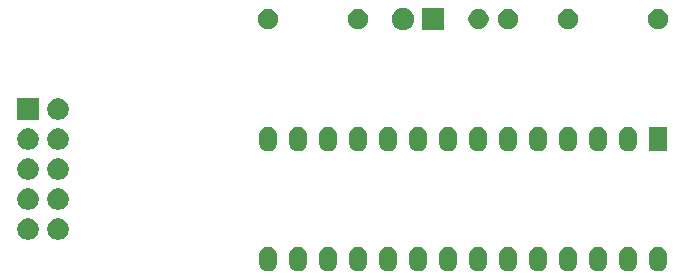
<source format=gbr>
%TF.GenerationSoftware,KiCad,Pcbnew,5.1.6-c6e7f7d~86~ubuntu18.04.1*%
%TF.CreationDate,2020-05-25T18:42:42+02:00*%
%TF.ProjectId,atmega_prog_adapter_v1,61746d65-6761-45f7-9072-6f675f616461,1.0*%
%TF.SameCoordinates,PX60e4b00PY60e4b00*%
%TF.FileFunction,Soldermask,Bot*%
%TF.FilePolarity,Negative*%
%FSLAX46Y46*%
G04 Gerber Fmt 4.6, Leading zero omitted, Abs format (unit mm)*
G04 Created by KiCad (PCBNEW 5.1.6-c6e7f7d~86~ubuntu18.04.1) date 2020-05-25 18:42:42*
%MOMM*%
%LPD*%
G01*
G04 APERTURE LIST*
%ADD10C,0.150000*%
G04 APERTURE END LIST*
D10*
G36*
X25551142Y8659844D02*
G01*
X25696476Y8615757D01*
X25696479Y8615756D01*
X25830416Y8544165D01*
X25947817Y8447817D01*
X26044165Y8330416D01*
X26115756Y8196479D01*
X26115757Y8196476D01*
X26159844Y8051142D01*
X26171000Y7937872D01*
X26171000Y7302128D01*
X26159844Y7188858D01*
X26115757Y7043525D01*
X26115756Y7043521D01*
X26044165Y6909584D01*
X26044164Y6909583D01*
X25947817Y6792183D01*
X25848268Y6710486D01*
X25830415Y6695835D01*
X25696478Y6624244D01*
X25696475Y6624243D01*
X25551141Y6580156D01*
X25400000Y6565270D01*
X25248858Y6580156D01*
X25103524Y6624243D01*
X25103521Y6624244D01*
X24969584Y6695835D01*
X24948531Y6713113D01*
X24852183Y6792183D01*
X24755836Y6909584D01*
X24684245Y7043521D01*
X24684244Y7043522D01*
X24684243Y7043525D01*
X24640156Y7188859D01*
X24629000Y7302129D01*
X24629000Y7937872D01*
X24640156Y8051142D01*
X24684243Y8196476D01*
X24684243Y8196477D01*
X24755837Y8330418D01*
X24852184Y8447817D01*
X24969585Y8544165D01*
X25103522Y8615756D01*
X25103525Y8615757D01*
X25248859Y8659844D01*
X25400000Y8674730D01*
X25551142Y8659844D01*
G37*
G36*
X28091142Y8659844D02*
G01*
X28236476Y8615757D01*
X28236479Y8615756D01*
X28370416Y8544165D01*
X28487817Y8447817D01*
X28584165Y8330416D01*
X28655756Y8196479D01*
X28655757Y8196476D01*
X28699844Y8051142D01*
X28711000Y7937872D01*
X28711000Y7302128D01*
X28699844Y7188858D01*
X28655757Y7043525D01*
X28655756Y7043521D01*
X28584165Y6909584D01*
X28584164Y6909583D01*
X28487817Y6792183D01*
X28388268Y6710486D01*
X28370415Y6695835D01*
X28236478Y6624244D01*
X28236475Y6624243D01*
X28091141Y6580156D01*
X27940000Y6565270D01*
X27788858Y6580156D01*
X27643524Y6624243D01*
X27643521Y6624244D01*
X27509584Y6695835D01*
X27488531Y6713113D01*
X27392183Y6792183D01*
X27295836Y6909584D01*
X27224245Y7043521D01*
X27224244Y7043522D01*
X27224243Y7043525D01*
X27180156Y7188859D01*
X27169000Y7302129D01*
X27169000Y7937872D01*
X27180156Y8051142D01*
X27224243Y8196476D01*
X27224243Y8196477D01*
X27295837Y8330418D01*
X27392184Y8447817D01*
X27509585Y8544165D01*
X27643522Y8615756D01*
X27643525Y8615757D01*
X27788859Y8659844D01*
X27940000Y8674730D01*
X28091142Y8659844D01*
G37*
G36*
X58571142Y8659844D02*
G01*
X58716476Y8615757D01*
X58716479Y8615756D01*
X58850416Y8544165D01*
X58967817Y8447817D01*
X59064165Y8330416D01*
X59135756Y8196479D01*
X59135757Y8196476D01*
X59179844Y8051142D01*
X59191000Y7937872D01*
X59191000Y7302128D01*
X59179844Y7188858D01*
X59135757Y7043525D01*
X59135756Y7043521D01*
X59064165Y6909584D01*
X59064164Y6909583D01*
X58967817Y6792183D01*
X58868268Y6710486D01*
X58850415Y6695835D01*
X58716478Y6624244D01*
X58716475Y6624243D01*
X58571141Y6580156D01*
X58420000Y6565270D01*
X58268858Y6580156D01*
X58123524Y6624243D01*
X58123521Y6624244D01*
X57989584Y6695835D01*
X57968531Y6713113D01*
X57872183Y6792183D01*
X57775836Y6909584D01*
X57704245Y7043521D01*
X57704244Y7043522D01*
X57704243Y7043525D01*
X57660156Y7188859D01*
X57649000Y7302129D01*
X57649000Y7937872D01*
X57660156Y8051142D01*
X57704243Y8196476D01*
X57704243Y8196477D01*
X57775837Y8330418D01*
X57872184Y8447817D01*
X57989585Y8544165D01*
X58123522Y8615756D01*
X58123525Y8615757D01*
X58268859Y8659844D01*
X58420000Y8674730D01*
X58571142Y8659844D01*
G37*
G36*
X56031142Y8659844D02*
G01*
X56176476Y8615757D01*
X56176479Y8615756D01*
X56310416Y8544165D01*
X56427817Y8447817D01*
X56524165Y8330416D01*
X56595756Y8196479D01*
X56595757Y8196476D01*
X56639844Y8051142D01*
X56651000Y7937872D01*
X56651000Y7302128D01*
X56639844Y7188858D01*
X56595757Y7043525D01*
X56595756Y7043521D01*
X56524165Y6909584D01*
X56524164Y6909583D01*
X56427817Y6792183D01*
X56328268Y6710486D01*
X56310415Y6695835D01*
X56176478Y6624244D01*
X56176475Y6624243D01*
X56031141Y6580156D01*
X55880000Y6565270D01*
X55728858Y6580156D01*
X55583524Y6624243D01*
X55583521Y6624244D01*
X55449584Y6695835D01*
X55428531Y6713113D01*
X55332183Y6792183D01*
X55235836Y6909584D01*
X55164245Y7043521D01*
X55164244Y7043522D01*
X55164243Y7043525D01*
X55120156Y7188859D01*
X55109000Y7302129D01*
X55109000Y7937872D01*
X55120156Y8051142D01*
X55164243Y8196476D01*
X55164243Y8196477D01*
X55235837Y8330418D01*
X55332184Y8447817D01*
X55449585Y8544165D01*
X55583522Y8615756D01*
X55583525Y8615757D01*
X55728859Y8659844D01*
X55880000Y8674730D01*
X56031142Y8659844D01*
G37*
G36*
X53491142Y8659844D02*
G01*
X53636476Y8615757D01*
X53636479Y8615756D01*
X53770416Y8544165D01*
X53887817Y8447817D01*
X53984165Y8330416D01*
X54055756Y8196479D01*
X54055757Y8196476D01*
X54099844Y8051142D01*
X54111000Y7937872D01*
X54111000Y7302128D01*
X54099844Y7188858D01*
X54055757Y7043525D01*
X54055756Y7043521D01*
X53984165Y6909584D01*
X53984164Y6909583D01*
X53887817Y6792183D01*
X53788268Y6710486D01*
X53770415Y6695835D01*
X53636478Y6624244D01*
X53636475Y6624243D01*
X53491141Y6580156D01*
X53340000Y6565270D01*
X53188858Y6580156D01*
X53043524Y6624243D01*
X53043521Y6624244D01*
X52909584Y6695835D01*
X52888531Y6713113D01*
X52792183Y6792183D01*
X52695836Y6909584D01*
X52624245Y7043521D01*
X52624244Y7043522D01*
X52624243Y7043525D01*
X52580156Y7188859D01*
X52569000Y7302129D01*
X52569000Y7937872D01*
X52580156Y8051142D01*
X52624243Y8196476D01*
X52624243Y8196477D01*
X52695837Y8330418D01*
X52792184Y8447817D01*
X52909585Y8544165D01*
X53043522Y8615756D01*
X53043525Y8615757D01*
X53188859Y8659844D01*
X53340000Y8674730D01*
X53491142Y8659844D01*
G37*
G36*
X50951142Y8659844D02*
G01*
X51096476Y8615757D01*
X51096479Y8615756D01*
X51230416Y8544165D01*
X51347817Y8447817D01*
X51444165Y8330416D01*
X51515756Y8196479D01*
X51515757Y8196476D01*
X51559844Y8051142D01*
X51571000Y7937872D01*
X51571000Y7302128D01*
X51559844Y7188858D01*
X51515757Y7043525D01*
X51515756Y7043521D01*
X51444165Y6909584D01*
X51444164Y6909583D01*
X51347817Y6792183D01*
X51248268Y6710486D01*
X51230415Y6695835D01*
X51096478Y6624244D01*
X51096475Y6624243D01*
X50951141Y6580156D01*
X50800000Y6565270D01*
X50648858Y6580156D01*
X50503524Y6624243D01*
X50503521Y6624244D01*
X50369584Y6695835D01*
X50348531Y6713113D01*
X50252183Y6792183D01*
X50155836Y6909584D01*
X50084245Y7043521D01*
X50084244Y7043522D01*
X50084243Y7043525D01*
X50040156Y7188859D01*
X50029000Y7302129D01*
X50029000Y7937872D01*
X50040156Y8051142D01*
X50084243Y8196476D01*
X50084243Y8196477D01*
X50155837Y8330418D01*
X50252184Y8447817D01*
X50369585Y8544165D01*
X50503522Y8615756D01*
X50503525Y8615757D01*
X50648859Y8659844D01*
X50800000Y8674730D01*
X50951142Y8659844D01*
G37*
G36*
X48411142Y8659844D02*
G01*
X48556476Y8615757D01*
X48556479Y8615756D01*
X48690416Y8544165D01*
X48807817Y8447817D01*
X48904165Y8330416D01*
X48975756Y8196479D01*
X48975757Y8196476D01*
X49019844Y8051142D01*
X49031000Y7937872D01*
X49031000Y7302128D01*
X49019844Y7188858D01*
X48975757Y7043525D01*
X48975756Y7043521D01*
X48904165Y6909584D01*
X48904164Y6909583D01*
X48807817Y6792183D01*
X48708268Y6710486D01*
X48690415Y6695835D01*
X48556478Y6624244D01*
X48556475Y6624243D01*
X48411141Y6580156D01*
X48260000Y6565270D01*
X48108858Y6580156D01*
X47963524Y6624243D01*
X47963521Y6624244D01*
X47829584Y6695835D01*
X47808531Y6713113D01*
X47712183Y6792183D01*
X47615836Y6909584D01*
X47544245Y7043521D01*
X47544244Y7043522D01*
X47544243Y7043525D01*
X47500156Y7188859D01*
X47489000Y7302129D01*
X47489000Y7937872D01*
X47500156Y8051142D01*
X47544243Y8196476D01*
X47544243Y8196477D01*
X47615837Y8330418D01*
X47712184Y8447817D01*
X47829585Y8544165D01*
X47963522Y8615756D01*
X47963525Y8615757D01*
X48108859Y8659844D01*
X48260000Y8674730D01*
X48411142Y8659844D01*
G37*
G36*
X45871142Y8659844D02*
G01*
X46016476Y8615757D01*
X46016479Y8615756D01*
X46150416Y8544165D01*
X46267817Y8447817D01*
X46364165Y8330416D01*
X46435756Y8196479D01*
X46435757Y8196476D01*
X46479844Y8051142D01*
X46491000Y7937872D01*
X46491000Y7302128D01*
X46479844Y7188858D01*
X46435757Y7043525D01*
X46435756Y7043521D01*
X46364165Y6909584D01*
X46364164Y6909583D01*
X46267817Y6792183D01*
X46168268Y6710486D01*
X46150415Y6695835D01*
X46016478Y6624244D01*
X46016475Y6624243D01*
X45871141Y6580156D01*
X45720000Y6565270D01*
X45568858Y6580156D01*
X45423524Y6624243D01*
X45423521Y6624244D01*
X45289584Y6695835D01*
X45268531Y6713113D01*
X45172183Y6792183D01*
X45075836Y6909584D01*
X45004245Y7043521D01*
X45004244Y7043522D01*
X45004243Y7043525D01*
X44960156Y7188859D01*
X44949000Y7302129D01*
X44949000Y7937872D01*
X44960156Y8051142D01*
X45004243Y8196476D01*
X45004243Y8196477D01*
X45075837Y8330418D01*
X45172184Y8447817D01*
X45289585Y8544165D01*
X45423522Y8615756D01*
X45423525Y8615757D01*
X45568859Y8659844D01*
X45720000Y8674730D01*
X45871142Y8659844D01*
G37*
G36*
X40791142Y8659844D02*
G01*
X40936476Y8615757D01*
X40936479Y8615756D01*
X41070416Y8544165D01*
X41187817Y8447817D01*
X41284165Y8330416D01*
X41355756Y8196479D01*
X41355757Y8196476D01*
X41399844Y8051142D01*
X41411000Y7937872D01*
X41411000Y7302128D01*
X41399844Y7188858D01*
X41355757Y7043525D01*
X41355756Y7043521D01*
X41284165Y6909584D01*
X41284164Y6909583D01*
X41187817Y6792183D01*
X41088268Y6710486D01*
X41070415Y6695835D01*
X40936478Y6624244D01*
X40936475Y6624243D01*
X40791141Y6580156D01*
X40640000Y6565270D01*
X40488858Y6580156D01*
X40343524Y6624243D01*
X40343521Y6624244D01*
X40209584Y6695835D01*
X40188531Y6713113D01*
X40092183Y6792183D01*
X39995836Y6909584D01*
X39924245Y7043521D01*
X39924244Y7043522D01*
X39924243Y7043525D01*
X39880156Y7188859D01*
X39869000Y7302129D01*
X39869000Y7937872D01*
X39880156Y8051142D01*
X39924243Y8196476D01*
X39924243Y8196477D01*
X39995837Y8330418D01*
X40092184Y8447817D01*
X40209585Y8544165D01*
X40343522Y8615756D01*
X40343525Y8615757D01*
X40488859Y8659844D01*
X40640000Y8674730D01*
X40791142Y8659844D01*
G37*
G36*
X38251142Y8659844D02*
G01*
X38396476Y8615757D01*
X38396479Y8615756D01*
X38530416Y8544165D01*
X38647817Y8447817D01*
X38744165Y8330416D01*
X38815756Y8196479D01*
X38815757Y8196476D01*
X38859844Y8051142D01*
X38871000Y7937872D01*
X38871000Y7302128D01*
X38859844Y7188858D01*
X38815757Y7043525D01*
X38815756Y7043521D01*
X38744165Y6909584D01*
X38744164Y6909583D01*
X38647817Y6792183D01*
X38548268Y6710486D01*
X38530415Y6695835D01*
X38396478Y6624244D01*
X38396475Y6624243D01*
X38251141Y6580156D01*
X38100000Y6565270D01*
X37948858Y6580156D01*
X37803524Y6624243D01*
X37803521Y6624244D01*
X37669584Y6695835D01*
X37648531Y6713113D01*
X37552183Y6792183D01*
X37455836Y6909584D01*
X37384245Y7043521D01*
X37384244Y7043522D01*
X37384243Y7043525D01*
X37340156Y7188859D01*
X37329000Y7302129D01*
X37329000Y7937872D01*
X37340156Y8051142D01*
X37384243Y8196476D01*
X37384243Y8196477D01*
X37455837Y8330418D01*
X37552184Y8447817D01*
X37669585Y8544165D01*
X37803522Y8615756D01*
X37803525Y8615757D01*
X37948859Y8659844D01*
X38100000Y8674730D01*
X38251142Y8659844D01*
G37*
G36*
X35711142Y8659844D02*
G01*
X35856476Y8615757D01*
X35856479Y8615756D01*
X35990416Y8544165D01*
X36107817Y8447817D01*
X36204165Y8330416D01*
X36275756Y8196479D01*
X36275757Y8196476D01*
X36319844Y8051142D01*
X36331000Y7937872D01*
X36331000Y7302128D01*
X36319844Y7188858D01*
X36275757Y7043525D01*
X36275756Y7043521D01*
X36204165Y6909584D01*
X36204164Y6909583D01*
X36107817Y6792183D01*
X36008268Y6710486D01*
X35990415Y6695835D01*
X35856478Y6624244D01*
X35856475Y6624243D01*
X35711141Y6580156D01*
X35560000Y6565270D01*
X35408858Y6580156D01*
X35263524Y6624243D01*
X35263521Y6624244D01*
X35129584Y6695835D01*
X35108531Y6713113D01*
X35012183Y6792183D01*
X34915836Y6909584D01*
X34844245Y7043521D01*
X34844244Y7043522D01*
X34844243Y7043525D01*
X34800156Y7188859D01*
X34789000Y7302129D01*
X34789000Y7937872D01*
X34800156Y8051142D01*
X34844243Y8196476D01*
X34844243Y8196477D01*
X34915837Y8330418D01*
X35012184Y8447817D01*
X35129585Y8544165D01*
X35263522Y8615756D01*
X35263525Y8615757D01*
X35408859Y8659844D01*
X35560000Y8674730D01*
X35711142Y8659844D01*
G37*
G36*
X33171142Y8659844D02*
G01*
X33316476Y8615757D01*
X33316479Y8615756D01*
X33450416Y8544165D01*
X33567817Y8447817D01*
X33664165Y8330416D01*
X33735756Y8196479D01*
X33735757Y8196476D01*
X33779844Y8051142D01*
X33791000Y7937872D01*
X33791000Y7302128D01*
X33779844Y7188858D01*
X33735757Y7043525D01*
X33735756Y7043521D01*
X33664165Y6909584D01*
X33664164Y6909583D01*
X33567817Y6792183D01*
X33468268Y6710486D01*
X33450415Y6695835D01*
X33316478Y6624244D01*
X33316475Y6624243D01*
X33171141Y6580156D01*
X33020000Y6565270D01*
X32868858Y6580156D01*
X32723524Y6624243D01*
X32723521Y6624244D01*
X32589584Y6695835D01*
X32568531Y6713113D01*
X32472183Y6792183D01*
X32375836Y6909584D01*
X32304245Y7043521D01*
X32304244Y7043522D01*
X32304243Y7043525D01*
X32260156Y7188859D01*
X32249000Y7302129D01*
X32249000Y7937872D01*
X32260156Y8051142D01*
X32304243Y8196476D01*
X32304243Y8196477D01*
X32375837Y8330418D01*
X32472184Y8447817D01*
X32589585Y8544165D01*
X32723522Y8615756D01*
X32723525Y8615757D01*
X32868859Y8659844D01*
X33020000Y8674730D01*
X33171142Y8659844D01*
G37*
G36*
X30631142Y8659844D02*
G01*
X30776476Y8615757D01*
X30776479Y8615756D01*
X30910416Y8544165D01*
X31027817Y8447817D01*
X31124165Y8330416D01*
X31195756Y8196479D01*
X31195757Y8196476D01*
X31239844Y8051142D01*
X31251000Y7937872D01*
X31251000Y7302128D01*
X31239844Y7188858D01*
X31195757Y7043525D01*
X31195756Y7043521D01*
X31124165Y6909584D01*
X31124164Y6909583D01*
X31027817Y6792183D01*
X30928268Y6710486D01*
X30910415Y6695835D01*
X30776478Y6624244D01*
X30776475Y6624243D01*
X30631141Y6580156D01*
X30480000Y6565270D01*
X30328858Y6580156D01*
X30183524Y6624243D01*
X30183521Y6624244D01*
X30049584Y6695835D01*
X30028531Y6713113D01*
X29932183Y6792183D01*
X29835836Y6909584D01*
X29764245Y7043521D01*
X29764244Y7043522D01*
X29764243Y7043525D01*
X29720156Y7188859D01*
X29709000Y7302129D01*
X29709000Y7937872D01*
X29720156Y8051142D01*
X29764243Y8196476D01*
X29764243Y8196477D01*
X29835837Y8330418D01*
X29932184Y8447817D01*
X30049585Y8544165D01*
X30183522Y8615756D01*
X30183525Y8615757D01*
X30328859Y8659844D01*
X30480000Y8674730D01*
X30631142Y8659844D01*
G37*
G36*
X43331142Y8659844D02*
G01*
X43476476Y8615757D01*
X43476479Y8615756D01*
X43610416Y8544165D01*
X43727817Y8447817D01*
X43824165Y8330416D01*
X43895756Y8196479D01*
X43895757Y8196476D01*
X43939844Y8051142D01*
X43951000Y7937872D01*
X43951000Y7302128D01*
X43939844Y7188858D01*
X43895757Y7043525D01*
X43895756Y7043521D01*
X43824165Y6909584D01*
X43824164Y6909583D01*
X43727817Y6792183D01*
X43628268Y6710486D01*
X43610415Y6695835D01*
X43476478Y6624244D01*
X43476475Y6624243D01*
X43331141Y6580156D01*
X43180000Y6565270D01*
X43028858Y6580156D01*
X42883524Y6624243D01*
X42883521Y6624244D01*
X42749584Y6695835D01*
X42728531Y6713113D01*
X42632183Y6792183D01*
X42535836Y6909584D01*
X42464245Y7043521D01*
X42464244Y7043522D01*
X42464243Y7043525D01*
X42420156Y7188859D01*
X42409000Y7302129D01*
X42409000Y7937872D01*
X42420156Y8051142D01*
X42464243Y8196476D01*
X42464243Y8196477D01*
X42535837Y8330418D01*
X42632184Y8447817D01*
X42749585Y8544165D01*
X42883522Y8615756D01*
X42883525Y8615757D01*
X43028859Y8659844D01*
X43180000Y8674730D01*
X43331142Y8659844D01*
G37*
G36*
X5346778Y11039453D02*
G01*
X5513224Y10970509D01*
X5663022Y10870417D01*
X5790417Y10743022D01*
X5890509Y10593224D01*
X5959453Y10426778D01*
X5994600Y10250082D01*
X5994600Y10069918D01*
X5959453Y9893222D01*
X5890509Y9726776D01*
X5790417Y9576978D01*
X5663022Y9449583D01*
X5513224Y9349491D01*
X5346778Y9280547D01*
X5170082Y9245400D01*
X4989918Y9245400D01*
X4813222Y9280547D01*
X4646776Y9349491D01*
X4496978Y9449583D01*
X4369583Y9576978D01*
X4269491Y9726776D01*
X4200547Y9893222D01*
X4165400Y10069918D01*
X4165400Y10250082D01*
X4200547Y10426778D01*
X4269491Y10593224D01*
X4369583Y10743022D01*
X4496978Y10870417D01*
X4646776Y10970509D01*
X4813222Y11039453D01*
X4989918Y11074600D01*
X5170082Y11074600D01*
X5346778Y11039453D01*
G37*
G36*
X7886778Y11039453D02*
G01*
X8053224Y10970509D01*
X8203022Y10870417D01*
X8330417Y10743022D01*
X8430509Y10593224D01*
X8499453Y10426778D01*
X8534600Y10250082D01*
X8534600Y10069918D01*
X8499453Y9893222D01*
X8430509Y9726776D01*
X8330417Y9576978D01*
X8203022Y9449583D01*
X8053224Y9349491D01*
X7886778Y9280547D01*
X7710082Y9245400D01*
X7529918Y9245400D01*
X7353222Y9280547D01*
X7186776Y9349491D01*
X7036978Y9449583D01*
X6909583Y9576978D01*
X6809491Y9726776D01*
X6740547Y9893222D01*
X6705400Y10069918D01*
X6705400Y10250082D01*
X6740547Y10426778D01*
X6809491Y10593224D01*
X6909583Y10743022D01*
X7036978Y10870417D01*
X7186776Y10970509D01*
X7353222Y11039453D01*
X7529918Y11074600D01*
X7710082Y11074600D01*
X7886778Y11039453D01*
G37*
G36*
X5346778Y13579453D02*
G01*
X5513224Y13510509D01*
X5663022Y13410417D01*
X5790417Y13283022D01*
X5890509Y13133224D01*
X5959453Y12966778D01*
X5994600Y12790082D01*
X5994600Y12609918D01*
X5959453Y12433222D01*
X5890509Y12266776D01*
X5790417Y12116978D01*
X5663022Y11989583D01*
X5513224Y11889491D01*
X5346778Y11820547D01*
X5170082Y11785400D01*
X4989918Y11785400D01*
X4813222Y11820547D01*
X4646776Y11889491D01*
X4496978Y11989583D01*
X4369583Y12116978D01*
X4269491Y12266776D01*
X4200547Y12433222D01*
X4165400Y12609918D01*
X4165400Y12790082D01*
X4200547Y12966778D01*
X4269491Y13133224D01*
X4369583Y13283022D01*
X4496978Y13410417D01*
X4646776Y13510509D01*
X4813222Y13579453D01*
X4989918Y13614600D01*
X5170082Y13614600D01*
X5346778Y13579453D01*
G37*
G36*
X7886778Y13579453D02*
G01*
X8053224Y13510509D01*
X8203022Y13410417D01*
X8330417Y13283022D01*
X8430509Y13133224D01*
X8499453Y12966778D01*
X8534600Y12790082D01*
X8534600Y12609918D01*
X8499453Y12433222D01*
X8430509Y12266776D01*
X8330417Y12116978D01*
X8203022Y11989583D01*
X8053224Y11889491D01*
X7886778Y11820547D01*
X7710082Y11785400D01*
X7529918Y11785400D01*
X7353222Y11820547D01*
X7186776Y11889491D01*
X7036978Y11989583D01*
X6909583Y12116978D01*
X6809491Y12266776D01*
X6740547Y12433222D01*
X6705400Y12609918D01*
X6705400Y12790082D01*
X6740547Y12966778D01*
X6809491Y13133224D01*
X6909583Y13283022D01*
X7036978Y13410417D01*
X7186776Y13510509D01*
X7353222Y13579453D01*
X7529918Y13614600D01*
X7710082Y13614600D01*
X7886778Y13579453D01*
G37*
G36*
X5346778Y16119453D02*
G01*
X5513224Y16050509D01*
X5663022Y15950417D01*
X5790417Y15823022D01*
X5890509Y15673224D01*
X5959453Y15506778D01*
X5994600Y15330082D01*
X5994600Y15149918D01*
X5959453Y14973222D01*
X5890509Y14806776D01*
X5790417Y14656978D01*
X5663022Y14529583D01*
X5513224Y14429491D01*
X5346778Y14360547D01*
X5170082Y14325400D01*
X4989918Y14325400D01*
X4813222Y14360547D01*
X4646776Y14429491D01*
X4496978Y14529583D01*
X4369583Y14656978D01*
X4269491Y14806776D01*
X4200547Y14973222D01*
X4165400Y15149918D01*
X4165400Y15330082D01*
X4200547Y15506778D01*
X4269491Y15673224D01*
X4369583Y15823022D01*
X4496978Y15950417D01*
X4646776Y16050509D01*
X4813222Y16119453D01*
X4989918Y16154600D01*
X5170082Y16154600D01*
X5346778Y16119453D01*
G37*
G36*
X7886778Y16119453D02*
G01*
X8053224Y16050509D01*
X8203022Y15950417D01*
X8330417Y15823022D01*
X8430509Y15673224D01*
X8499453Y15506778D01*
X8534600Y15330082D01*
X8534600Y15149918D01*
X8499453Y14973222D01*
X8430509Y14806776D01*
X8330417Y14656978D01*
X8203022Y14529583D01*
X8053224Y14429491D01*
X7886778Y14360547D01*
X7710082Y14325400D01*
X7529918Y14325400D01*
X7353222Y14360547D01*
X7186776Y14429491D01*
X7036978Y14529583D01*
X6909583Y14656978D01*
X6809491Y14806776D01*
X6740547Y14973222D01*
X6705400Y15149918D01*
X6705400Y15330082D01*
X6740547Y15506778D01*
X6809491Y15673224D01*
X6909583Y15823022D01*
X7036978Y15950417D01*
X7186776Y16050509D01*
X7353222Y16119453D01*
X7529918Y16154600D01*
X7710082Y16154600D01*
X7886778Y16119453D01*
G37*
G36*
X28091142Y18819844D02*
G01*
X28236476Y18775757D01*
X28236479Y18775756D01*
X28370416Y18704165D01*
X28487817Y18607817D01*
X28584165Y18490416D01*
X28655756Y18356479D01*
X28655757Y18356476D01*
X28699844Y18211142D01*
X28711000Y18097872D01*
X28711000Y17462128D01*
X28699844Y17348858D01*
X28699212Y17346776D01*
X28655756Y17203521D01*
X28584165Y17069584D01*
X28584164Y17069583D01*
X28487817Y16952183D01*
X28424897Y16900547D01*
X28370415Y16855835D01*
X28236478Y16784244D01*
X28236475Y16784243D01*
X28091141Y16740156D01*
X27940000Y16725270D01*
X27788858Y16740156D01*
X27643524Y16784243D01*
X27643521Y16784244D01*
X27509584Y16855835D01*
X27455101Y16900548D01*
X27392183Y16952183D01*
X27295836Y17069584D01*
X27295835Y17069585D01*
X27224244Y17203522D01*
X27224243Y17203525D01*
X27180156Y17348859D01*
X27169000Y17462129D01*
X27169000Y18097872D01*
X27180156Y18211142D01*
X27224243Y18356476D01*
X27224243Y18356477D01*
X27295837Y18490418D01*
X27392184Y18607817D01*
X27509585Y18704165D01*
X27643522Y18775756D01*
X27643525Y18775757D01*
X27788859Y18819844D01*
X27940000Y18834730D01*
X28091142Y18819844D01*
G37*
G36*
X30631142Y18819844D02*
G01*
X30776476Y18775757D01*
X30776479Y18775756D01*
X30910416Y18704165D01*
X31027817Y18607817D01*
X31124165Y18490416D01*
X31195756Y18356479D01*
X31195757Y18356476D01*
X31239844Y18211142D01*
X31251000Y18097872D01*
X31251000Y17462128D01*
X31239844Y17348858D01*
X31239212Y17346776D01*
X31195756Y17203521D01*
X31124165Y17069584D01*
X31124164Y17069583D01*
X31027817Y16952183D01*
X30964897Y16900547D01*
X30910415Y16855835D01*
X30776478Y16784244D01*
X30776475Y16784243D01*
X30631141Y16740156D01*
X30480000Y16725270D01*
X30328858Y16740156D01*
X30183524Y16784243D01*
X30183521Y16784244D01*
X30049584Y16855835D01*
X29995101Y16900548D01*
X29932183Y16952183D01*
X29835836Y17069584D01*
X29835835Y17069585D01*
X29764244Y17203522D01*
X29764243Y17203525D01*
X29720156Y17348859D01*
X29709000Y17462129D01*
X29709000Y18097872D01*
X29720156Y18211142D01*
X29764243Y18356476D01*
X29764243Y18356477D01*
X29835837Y18490418D01*
X29932184Y18607817D01*
X30049585Y18704165D01*
X30183522Y18775756D01*
X30183525Y18775757D01*
X30328859Y18819844D01*
X30480000Y18834730D01*
X30631142Y18819844D01*
G37*
G36*
X33171142Y18819844D02*
G01*
X33316476Y18775757D01*
X33316479Y18775756D01*
X33450416Y18704165D01*
X33567817Y18607817D01*
X33664165Y18490416D01*
X33735756Y18356479D01*
X33735757Y18356476D01*
X33779844Y18211142D01*
X33791000Y18097872D01*
X33791000Y17462128D01*
X33779844Y17348858D01*
X33779212Y17346776D01*
X33735756Y17203521D01*
X33664165Y17069584D01*
X33664164Y17069583D01*
X33567817Y16952183D01*
X33504897Y16900547D01*
X33450415Y16855835D01*
X33316478Y16784244D01*
X33316475Y16784243D01*
X33171141Y16740156D01*
X33020000Y16725270D01*
X32868858Y16740156D01*
X32723524Y16784243D01*
X32723521Y16784244D01*
X32589584Y16855835D01*
X32535101Y16900548D01*
X32472183Y16952183D01*
X32375836Y17069584D01*
X32375835Y17069585D01*
X32304244Y17203522D01*
X32304243Y17203525D01*
X32260156Y17348859D01*
X32249000Y17462129D01*
X32249000Y18097872D01*
X32260156Y18211142D01*
X32304243Y18356476D01*
X32304243Y18356477D01*
X32375837Y18490418D01*
X32472184Y18607817D01*
X32589585Y18704165D01*
X32723522Y18775756D01*
X32723525Y18775757D01*
X32868859Y18819844D01*
X33020000Y18834730D01*
X33171142Y18819844D01*
G37*
G36*
X38251142Y18819844D02*
G01*
X38396476Y18775757D01*
X38396479Y18775756D01*
X38530416Y18704165D01*
X38647817Y18607817D01*
X38744165Y18490416D01*
X38815756Y18356479D01*
X38815757Y18356476D01*
X38859844Y18211142D01*
X38871000Y18097872D01*
X38871000Y17462128D01*
X38859844Y17348858D01*
X38859212Y17346776D01*
X38815756Y17203521D01*
X38744165Y17069584D01*
X38744164Y17069583D01*
X38647817Y16952183D01*
X38584897Y16900547D01*
X38530415Y16855835D01*
X38396478Y16784244D01*
X38396475Y16784243D01*
X38251141Y16740156D01*
X38100000Y16725270D01*
X37948858Y16740156D01*
X37803524Y16784243D01*
X37803521Y16784244D01*
X37669584Y16855835D01*
X37615101Y16900548D01*
X37552183Y16952183D01*
X37455836Y17069584D01*
X37455835Y17069585D01*
X37384244Y17203522D01*
X37384243Y17203525D01*
X37340156Y17348859D01*
X37329000Y17462129D01*
X37329000Y18097872D01*
X37340156Y18211142D01*
X37384243Y18356476D01*
X37384243Y18356477D01*
X37455837Y18490418D01*
X37552184Y18607817D01*
X37669585Y18704165D01*
X37803522Y18775756D01*
X37803525Y18775757D01*
X37948859Y18819844D01*
X38100000Y18834730D01*
X38251142Y18819844D01*
G37*
G36*
X35711142Y18819844D02*
G01*
X35856476Y18775757D01*
X35856479Y18775756D01*
X35990416Y18704165D01*
X36107817Y18607817D01*
X36204165Y18490416D01*
X36275756Y18356479D01*
X36275757Y18356476D01*
X36319844Y18211142D01*
X36331000Y18097872D01*
X36331000Y17462128D01*
X36319844Y17348858D01*
X36319212Y17346776D01*
X36275756Y17203521D01*
X36204165Y17069584D01*
X36204164Y17069583D01*
X36107817Y16952183D01*
X36044897Y16900547D01*
X35990415Y16855835D01*
X35856478Y16784244D01*
X35856475Y16784243D01*
X35711141Y16740156D01*
X35560000Y16725270D01*
X35408858Y16740156D01*
X35263524Y16784243D01*
X35263521Y16784244D01*
X35129584Y16855835D01*
X35075101Y16900548D01*
X35012183Y16952183D01*
X34915836Y17069584D01*
X34915835Y17069585D01*
X34844244Y17203522D01*
X34844243Y17203525D01*
X34800156Y17348859D01*
X34789000Y17462129D01*
X34789000Y18097872D01*
X34800156Y18211142D01*
X34844243Y18356476D01*
X34844243Y18356477D01*
X34915837Y18490418D01*
X35012184Y18607817D01*
X35129585Y18704165D01*
X35263522Y18775756D01*
X35263525Y18775757D01*
X35408859Y18819844D01*
X35560000Y18834730D01*
X35711142Y18819844D01*
G37*
G36*
X25551142Y18819844D02*
G01*
X25696476Y18775757D01*
X25696479Y18775756D01*
X25830416Y18704165D01*
X25947817Y18607817D01*
X26044165Y18490416D01*
X26115756Y18356479D01*
X26115757Y18356476D01*
X26159844Y18211142D01*
X26171000Y18097872D01*
X26171000Y17462128D01*
X26159844Y17348858D01*
X26159212Y17346776D01*
X26115756Y17203521D01*
X26044165Y17069584D01*
X26044164Y17069583D01*
X25947817Y16952183D01*
X25884897Y16900547D01*
X25830415Y16855835D01*
X25696478Y16784244D01*
X25696475Y16784243D01*
X25551141Y16740156D01*
X25400000Y16725270D01*
X25248858Y16740156D01*
X25103524Y16784243D01*
X25103521Y16784244D01*
X24969584Y16855835D01*
X24915101Y16900548D01*
X24852183Y16952183D01*
X24755836Y17069584D01*
X24755835Y17069585D01*
X24684244Y17203522D01*
X24684243Y17203525D01*
X24640156Y17348859D01*
X24629000Y17462129D01*
X24629000Y18097872D01*
X24640156Y18211142D01*
X24684243Y18356476D01*
X24684243Y18356477D01*
X24755837Y18490418D01*
X24852184Y18607817D01*
X24969585Y18704165D01*
X25103522Y18775756D01*
X25103525Y18775757D01*
X25248859Y18819844D01*
X25400000Y18834730D01*
X25551142Y18819844D01*
G37*
G36*
X48411142Y18819844D02*
G01*
X48556476Y18775757D01*
X48556479Y18775756D01*
X48690416Y18704165D01*
X48807817Y18607817D01*
X48904165Y18490416D01*
X48975756Y18356479D01*
X48975757Y18356476D01*
X49019844Y18211142D01*
X49031000Y18097872D01*
X49031000Y17462128D01*
X49019844Y17348858D01*
X49019212Y17346776D01*
X48975756Y17203521D01*
X48904165Y17069584D01*
X48904164Y17069583D01*
X48807817Y16952183D01*
X48744897Y16900547D01*
X48690415Y16855835D01*
X48556478Y16784244D01*
X48556475Y16784243D01*
X48411141Y16740156D01*
X48260000Y16725270D01*
X48108858Y16740156D01*
X47963524Y16784243D01*
X47963521Y16784244D01*
X47829584Y16855835D01*
X47775101Y16900548D01*
X47712183Y16952183D01*
X47615836Y17069584D01*
X47615835Y17069585D01*
X47544244Y17203522D01*
X47544243Y17203525D01*
X47500156Y17348859D01*
X47489000Y17462129D01*
X47489000Y18097872D01*
X47500156Y18211142D01*
X47544243Y18356476D01*
X47544243Y18356477D01*
X47615837Y18490418D01*
X47712184Y18607817D01*
X47829585Y18704165D01*
X47963522Y18775756D01*
X47963525Y18775757D01*
X48108859Y18819844D01*
X48260000Y18834730D01*
X48411142Y18819844D01*
G37*
G36*
X40791142Y18819844D02*
G01*
X40936476Y18775757D01*
X40936479Y18775756D01*
X41070416Y18704165D01*
X41187817Y18607817D01*
X41284165Y18490416D01*
X41355756Y18356479D01*
X41355757Y18356476D01*
X41399844Y18211142D01*
X41411000Y18097872D01*
X41411000Y17462128D01*
X41399844Y17348858D01*
X41399212Y17346776D01*
X41355756Y17203521D01*
X41284165Y17069584D01*
X41284164Y17069583D01*
X41187817Y16952183D01*
X41124897Y16900547D01*
X41070415Y16855835D01*
X40936478Y16784244D01*
X40936475Y16784243D01*
X40791141Y16740156D01*
X40640000Y16725270D01*
X40488858Y16740156D01*
X40343524Y16784243D01*
X40343521Y16784244D01*
X40209584Y16855835D01*
X40155101Y16900548D01*
X40092183Y16952183D01*
X39995836Y17069584D01*
X39995835Y17069585D01*
X39924244Y17203522D01*
X39924243Y17203525D01*
X39880156Y17348859D01*
X39869000Y17462129D01*
X39869000Y18097872D01*
X39880156Y18211142D01*
X39924243Y18356476D01*
X39924243Y18356477D01*
X39995837Y18490418D01*
X40092184Y18607817D01*
X40209585Y18704165D01*
X40343522Y18775756D01*
X40343525Y18775757D01*
X40488859Y18819844D01*
X40640000Y18834730D01*
X40791142Y18819844D01*
G37*
G36*
X45871142Y18819844D02*
G01*
X46016476Y18775757D01*
X46016479Y18775756D01*
X46150416Y18704165D01*
X46267817Y18607817D01*
X46364165Y18490416D01*
X46435756Y18356479D01*
X46435757Y18356476D01*
X46479844Y18211142D01*
X46491000Y18097872D01*
X46491000Y17462128D01*
X46479844Y17348858D01*
X46479212Y17346776D01*
X46435756Y17203521D01*
X46364165Y17069584D01*
X46364164Y17069583D01*
X46267817Y16952183D01*
X46204897Y16900547D01*
X46150415Y16855835D01*
X46016478Y16784244D01*
X46016475Y16784243D01*
X45871141Y16740156D01*
X45720000Y16725270D01*
X45568858Y16740156D01*
X45423524Y16784243D01*
X45423521Y16784244D01*
X45289584Y16855835D01*
X45235101Y16900548D01*
X45172183Y16952183D01*
X45075836Y17069584D01*
X45075835Y17069585D01*
X45004244Y17203522D01*
X45004243Y17203525D01*
X44960156Y17348859D01*
X44949000Y17462129D01*
X44949000Y18097872D01*
X44960156Y18211142D01*
X45004243Y18356476D01*
X45004243Y18356477D01*
X45075837Y18490418D01*
X45172184Y18607817D01*
X45289585Y18704165D01*
X45423522Y18775756D01*
X45423525Y18775757D01*
X45568859Y18819844D01*
X45720000Y18834730D01*
X45871142Y18819844D01*
G37*
G36*
X43331142Y18819844D02*
G01*
X43476476Y18775757D01*
X43476479Y18775756D01*
X43610416Y18704165D01*
X43727817Y18607817D01*
X43824165Y18490416D01*
X43895756Y18356479D01*
X43895757Y18356476D01*
X43939844Y18211142D01*
X43951000Y18097872D01*
X43951000Y17462128D01*
X43939844Y17348858D01*
X43939212Y17346776D01*
X43895756Y17203521D01*
X43824165Y17069584D01*
X43824164Y17069583D01*
X43727817Y16952183D01*
X43664897Y16900547D01*
X43610415Y16855835D01*
X43476478Y16784244D01*
X43476475Y16784243D01*
X43331141Y16740156D01*
X43180000Y16725270D01*
X43028858Y16740156D01*
X42883524Y16784243D01*
X42883521Y16784244D01*
X42749584Y16855835D01*
X42695101Y16900548D01*
X42632183Y16952183D01*
X42535836Y17069584D01*
X42535835Y17069585D01*
X42464244Y17203522D01*
X42464243Y17203525D01*
X42420156Y17348859D01*
X42409000Y17462129D01*
X42409000Y18097872D01*
X42420156Y18211142D01*
X42464243Y18356476D01*
X42464243Y18356477D01*
X42535837Y18490418D01*
X42632184Y18607817D01*
X42749585Y18704165D01*
X42883522Y18775756D01*
X42883525Y18775757D01*
X43028859Y18819844D01*
X43180000Y18834730D01*
X43331142Y18819844D01*
G37*
G36*
X53491142Y18819844D02*
G01*
X53636476Y18775757D01*
X53636479Y18775756D01*
X53770416Y18704165D01*
X53887817Y18607817D01*
X53984165Y18490416D01*
X54055756Y18356479D01*
X54055757Y18356476D01*
X54099844Y18211142D01*
X54111000Y18097872D01*
X54111000Y17462128D01*
X54099844Y17348858D01*
X54099212Y17346776D01*
X54055756Y17203521D01*
X53984165Y17069584D01*
X53984164Y17069583D01*
X53887817Y16952183D01*
X53824897Y16900547D01*
X53770415Y16855835D01*
X53636478Y16784244D01*
X53636475Y16784243D01*
X53491141Y16740156D01*
X53340000Y16725270D01*
X53188858Y16740156D01*
X53043524Y16784243D01*
X53043521Y16784244D01*
X52909584Y16855835D01*
X52855101Y16900548D01*
X52792183Y16952183D01*
X52695836Y17069584D01*
X52695835Y17069585D01*
X52624244Y17203522D01*
X52624243Y17203525D01*
X52580156Y17348859D01*
X52569000Y17462129D01*
X52569000Y18097872D01*
X52580156Y18211142D01*
X52624243Y18356476D01*
X52624243Y18356477D01*
X52695837Y18490418D01*
X52792184Y18607817D01*
X52909585Y18704165D01*
X53043522Y18775756D01*
X53043525Y18775757D01*
X53188859Y18819844D01*
X53340000Y18834730D01*
X53491142Y18819844D01*
G37*
G36*
X56031142Y18819844D02*
G01*
X56176476Y18775757D01*
X56176479Y18775756D01*
X56310416Y18704165D01*
X56427817Y18607817D01*
X56524165Y18490416D01*
X56595756Y18356479D01*
X56595757Y18356476D01*
X56639844Y18211142D01*
X56651000Y18097872D01*
X56651000Y17462128D01*
X56639844Y17348858D01*
X56639212Y17346776D01*
X56595756Y17203521D01*
X56524165Y17069584D01*
X56524164Y17069583D01*
X56427817Y16952183D01*
X56364897Y16900547D01*
X56310415Y16855835D01*
X56176478Y16784244D01*
X56176475Y16784243D01*
X56031141Y16740156D01*
X55880000Y16725270D01*
X55728858Y16740156D01*
X55583524Y16784243D01*
X55583521Y16784244D01*
X55449584Y16855835D01*
X55395101Y16900548D01*
X55332183Y16952183D01*
X55235836Y17069584D01*
X55235835Y17069585D01*
X55164244Y17203522D01*
X55164243Y17203525D01*
X55120156Y17348859D01*
X55109000Y17462129D01*
X55109000Y18097872D01*
X55120156Y18211142D01*
X55164243Y18356476D01*
X55164243Y18356477D01*
X55235837Y18490418D01*
X55332184Y18607817D01*
X55449585Y18704165D01*
X55583522Y18775756D01*
X55583525Y18775757D01*
X55728859Y18819844D01*
X55880000Y18834730D01*
X56031142Y18819844D01*
G37*
G36*
X50951142Y18819844D02*
G01*
X51096476Y18775757D01*
X51096479Y18775756D01*
X51230416Y18704165D01*
X51347817Y18607817D01*
X51444165Y18490416D01*
X51515756Y18356479D01*
X51515757Y18356476D01*
X51559844Y18211142D01*
X51571000Y18097872D01*
X51571000Y17462128D01*
X51559844Y17348858D01*
X51559212Y17346776D01*
X51515756Y17203521D01*
X51444165Y17069584D01*
X51444164Y17069583D01*
X51347817Y16952183D01*
X51284897Y16900547D01*
X51230415Y16855835D01*
X51096478Y16784244D01*
X51096475Y16784243D01*
X50951141Y16740156D01*
X50800000Y16725270D01*
X50648858Y16740156D01*
X50503524Y16784243D01*
X50503521Y16784244D01*
X50369584Y16855835D01*
X50315101Y16900548D01*
X50252183Y16952183D01*
X50155836Y17069584D01*
X50155835Y17069585D01*
X50084244Y17203522D01*
X50084243Y17203525D01*
X50040156Y17348859D01*
X50029000Y17462129D01*
X50029000Y18097872D01*
X50040156Y18211142D01*
X50084243Y18356476D01*
X50084243Y18356477D01*
X50155837Y18490418D01*
X50252184Y18607817D01*
X50369585Y18704165D01*
X50503522Y18775756D01*
X50503525Y18775757D01*
X50648859Y18819844D01*
X50800000Y18834730D01*
X50951142Y18819844D01*
G37*
G36*
X59191000Y16729000D02*
G01*
X57649000Y16729000D01*
X57649000Y18831000D01*
X59191000Y18831000D01*
X59191000Y16729000D01*
G37*
G36*
X5346778Y18659453D02*
G01*
X5513224Y18590509D01*
X5663022Y18490417D01*
X5790417Y18363022D01*
X5890509Y18213224D01*
X5959453Y18046778D01*
X5994600Y17870082D01*
X5994600Y17689918D01*
X5959453Y17513222D01*
X5890509Y17346776D01*
X5790417Y17196978D01*
X5663022Y17069583D01*
X5513224Y16969491D01*
X5346778Y16900547D01*
X5170082Y16865400D01*
X4989918Y16865400D01*
X4813222Y16900547D01*
X4646776Y16969491D01*
X4496978Y17069583D01*
X4369583Y17196978D01*
X4269491Y17346776D01*
X4200547Y17513222D01*
X4165400Y17689918D01*
X4165400Y17870082D01*
X4200547Y18046778D01*
X4269491Y18213224D01*
X4369583Y18363022D01*
X4496978Y18490417D01*
X4646776Y18590509D01*
X4813222Y18659453D01*
X4989918Y18694600D01*
X5170082Y18694600D01*
X5346778Y18659453D01*
G37*
G36*
X7886778Y18659453D02*
G01*
X8053224Y18590509D01*
X8203022Y18490417D01*
X8330417Y18363022D01*
X8430509Y18213224D01*
X8499453Y18046778D01*
X8534600Y17870082D01*
X8534600Y17689918D01*
X8499453Y17513222D01*
X8430509Y17346776D01*
X8330417Y17196978D01*
X8203022Y17069583D01*
X8053224Y16969491D01*
X7886778Y16900547D01*
X7710082Y16865400D01*
X7529918Y16865400D01*
X7353222Y16900547D01*
X7186776Y16969491D01*
X7036978Y17069583D01*
X6909583Y17196978D01*
X6809491Y17346776D01*
X6740547Y17513222D01*
X6705400Y17689918D01*
X6705400Y17870082D01*
X6740547Y18046778D01*
X6809491Y18213224D01*
X6909583Y18363022D01*
X7036978Y18490417D01*
X7186776Y18590509D01*
X7353222Y18659453D01*
X7529918Y18694600D01*
X7710082Y18694600D01*
X7886778Y18659453D01*
G37*
G36*
X7886778Y21199453D02*
G01*
X8053224Y21130509D01*
X8203022Y21030417D01*
X8330417Y20903022D01*
X8430509Y20753224D01*
X8499453Y20586778D01*
X8534600Y20410082D01*
X8534600Y20229918D01*
X8499453Y20053222D01*
X8430509Y19886776D01*
X8330417Y19736978D01*
X8203022Y19609583D01*
X8053224Y19509491D01*
X7886778Y19440547D01*
X7710082Y19405400D01*
X7529918Y19405400D01*
X7353222Y19440547D01*
X7186776Y19509491D01*
X7036978Y19609583D01*
X6909583Y19736978D01*
X6809491Y19886776D01*
X6740547Y20053222D01*
X6705400Y20229918D01*
X6705400Y20410082D01*
X6740547Y20586778D01*
X6809491Y20753224D01*
X6909583Y20903022D01*
X7036978Y21030417D01*
X7186776Y21130509D01*
X7353222Y21199453D01*
X7529918Y21234600D01*
X7710082Y21234600D01*
X7886778Y21199453D01*
G37*
G36*
X5994600Y19405400D02*
G01*
X4165400Y19405400D01*
X4165400Y21234600D01*
X5994600Y21234600D01*
X5994600Y19405400D01*
G37*
G36*
X40321000Y26989000D02*
G01*
X38419000Y26989000D01*
X38419000Y28891000D01*
X40321000Y28891000D01*
X40321000Y26989000D01*
G37*
G36*
X37107395Y28854454D02*
G01*
X37280466Y28782766D01*
X37280467Y28782765D01*
X37436227Y28678690D01*
X37568690Y28546227D01*
X37611284Y28482480D01*
X37672766Y28390466D01*
X37744454Y28217395D01*
X37781000Y28033667D01*
X37781000Y27846333D01*
X37744454Y27662605D01*
X37672766Y27489534D01*
X37672765Y27489533D01*
X37568690Y27333773D01*
X37436227Y27201310D01*
X37413092Y27185852D01*
X37280466Y27097234D01*
X37107395Y27025546D01*
X36923667Y26989000D01*
X36736333Y26989000D01*
X36552605Y27025546D01*
X36379534Y27097234D01*
X36246908Y27185852D01*
X36223773Y27201310D01*
X36091310Y27333773D01*
X35987235Y27489533D01*
X35987234Y27489534D01*
X35915546Y27662605D01*
X35879000Y27846333D01*
X35879000Y28033667D01*
X35915546Y28217395D01*
X35987234Y28390466D01*
X36048716Y28482480D01*
X36091310Y28546227D01*
X36223773Y28678690D01*
X36379533Y28782765D01*
X36379534Y28782766D01*
X36552605Y28854454D01*
X36736333Y28891000D01*
X36923667Y28891000D01*
X37107395Y28854454D01*
G37*
G36*
X45968228Y28758297D02*
G01*
X46123100Y28694147D01*
X46262481Y28601015D01*
X46381015Y28482481D01*
X46474147Y28343100D01*
X46538297Y28188228D01*
X46571000Y28023816D01*
X46571000Y27856184D01*
X46538297Y27691772D01*
X46474147Y27536900D01*
X46381015Y27397519D01*
X46262481Y27278985D01*
X46123100Y27185853D01*
X45968228Y27121703D01*
X45803816Y27089000D01*
X45636184Y27089000D01*
X45471772Y27121703D01*
X45316900Y27185853D01*
X45177519Y27278985D01*
X45058985Y27397519D01*
X44965853Y27536900D01*
X44901703Y27691772D01*
X44869000Y27856184D01*
X44869000Y28023816D01*
X44901703Y28188228D01*
X44965853Y28343100D01*
X45058985Y28482481D01*
X45177519Y28601015D01*
X45316900Y28694147D01*
X45471772Y28758297D01*
X45636184Y28791000D01*
X45803816Y28791000D01*
X45968228Y28758297D01*
G37*
G36*
X58668228Y28758297D02*
G01*
X58823100Y28694147D01*
X58962481Y28601015D01*
X59081015Y28482481D01*
X59174147Y28343100D01*
X59238297Y28188228D01*
X59271000Y28023816D01*
X59271000Y27856184D01*
X59238297Y27691772D01*
X59174147Y27536900D01*
X59081015Y27397519D01*
X58962481Y27278985D01*
X58823100Y27185853D01*
X58668228Y27121703D01*
X58503816Y27089000D01*
X58336184Y27089000D01*
X58171772Y27121703D01*
X58016900Y27185853D01*
X57877519Y27278985D01*
X57758985Y27397519D01*
X57665853Y27536900D01*
X57601703Y27691772D01*
X57569000Y27856184D01*
X57569000Y28023816D01*
X57601703Y28188228D01*
X57665853Y28343100D01*
X57758985Y28482481D01*
X57877519Y28601015D01*
X58016900Y28694147D01*
X58171772Y28758297D01*
X58336184Y28791000D01*
X58503816Y28791000D01*
X58668228Y28758297D01*
G37*
G36*
X51048228Y28758297D02*
G01*
X51203100Y28694147D01*
X51342481Y28601015D01*
X51461015Y28482481D01*
X51554147Y28343100D01*
X51618297Y28188228D01*
X51651000Y28023816D01*
X51651000Y27856184D01*
X51618297Y27691772D01*
X51554147Y27536900D01*
X51461015Y27397519D01*
X51342481Y27278985D01*
X51203100Y27185853D01*
X51048228Y27121703D01*
X50883816Y27089000D01*
X50716184Y27089000D01*
X50551772Y27121703D01*
X50396900Y27185853D01*
X50257519Y27278985D01*
X50138985Y27397519D01*
X50045853Y27536900D01*
X49981703Y27691772D01*
X49949000Y27856184D01*
X49949000Y28023816D01*
X49981703Y28188228D01*
X50045853Y28343100D01*
X50138985Y28482481D01*
X50257519Y28601015D01*
X50396900Y28694147D01*
X50551772Y28758297D01*
X50716184Y28791000D01*
X50883816Y28791000D01*
X51048228Y28758297D01*
G37*
G36*
X43468228Y28758297D02*
G01*
X43623100Y28694147D01*
X43762481Y28601015D01*
X43881015Y28482481D01*
X43974147Y28343100D01*
X44038297Y28188228D01*
X44071000Y28023816D01*
X44071000Y27856184D01*
X44038297Y27691772D01*
X43974147Y27536900D01*
X43881015Y27397519D01*
X43762481Y27278985D01*
X43623100Y27185853D01*
X43468228Y27121703D01*
X43303816Y27089000D01*
X43136184Y27089000D01*
X42971772Y27121703D01*
X42816900Y27185853D01*
X42677519Y27278985D01*
X42558985Y27397519D01*
X42465853Y27536900D01*
X42401703Y27691772D01*
X42369000Y27856184D01*
X42369000Y28023816D01*
X42401703Y28188228D01*
X42465853Y28343100D01*
X42558985Y28482481D01*
X42677519Y28601015D01*
X42816900Y28694147D01*
X42971772Y28758297D01*
X43136184Y28791000D01*
X43303816Y28791000D01*
X43468228Y28758297D01*
G37*
G36*
X33268228Y28758297D02*
G01*
X33423100Y28694147D01*
X33562481Y28601015D01*
X33681015Y28482481D01*
X33774147Y28343100D01*
X33838297Y28188228D01*
X33871000Y28023816D01*
X33871000Y27856184D01*
X33838297Y27691772D01*
X33774147Y27536900D01*
X33681015Y27397519D01*
X33562481Y27278985D01*
X33423100Y27185853D01*
X33268228Y27121703D01*
X33103816Y27089000D01*
X32936184Y27089000D01*
X32771772Y27121703D01*
X32616900Y27185853D01*
X32477519Y27278985D01*
X32358985Y27397519D01*
X32265853Y27536900D01*
X32201703Y27691772D01*
X32169000Y27856184D01*
X32169000Y28023816D01*
X32201703Y28188228D01*
X32265853Y28343100D01*
X32358985Y28482481D01*
X32477519Y28601015D01*
X32616900Y28694147D01*
X32771772Y28758297D01*
X32936184Y28791000D01*
X33103816Y28791000D01*
X33268228Y28758297D01*
G37*
G36*
X25648228Y28758297D02*
G01*
X25803100Y28694147D01*
X25942481Y28601015D01*
X26061015Y28482481D01*
X26154147Y28343100D01*
X26218297Y28188228D01*
X26251000Y28023816D01*
X26251000Y27856184D01*
X26218297Y27691772D01*
X26154147Y27536900D01*
X26061015Y27397519D01*
X25942481Y27278985D01*
X25803100Y27185853D01*
X25648228Y27121703D01*
X25483816Y27089000D01*
X25316184Y27089000D01*
X25151772Y27121703D01*
X24996900Y27185853D01*
X24857519Y27278985D01*
X24738985Y27397519D01*
X24645853Y27536900D01*
X24581703Y27691772D01*
X24549000Y27856184D01*
X24549000Y28023816D01*
X24581703Y28188228D01*
X24645853Y28343100D01*
X24738985Y28482481D01*
X24857519Y28601015D01*
X24996900Y28694147D01*
X25151772Y28758297D01*
X25316184Y28791000D01*
X25483816Y28791000D01*
X25648228Y28758297D01*
G37*
M02*

</source>
